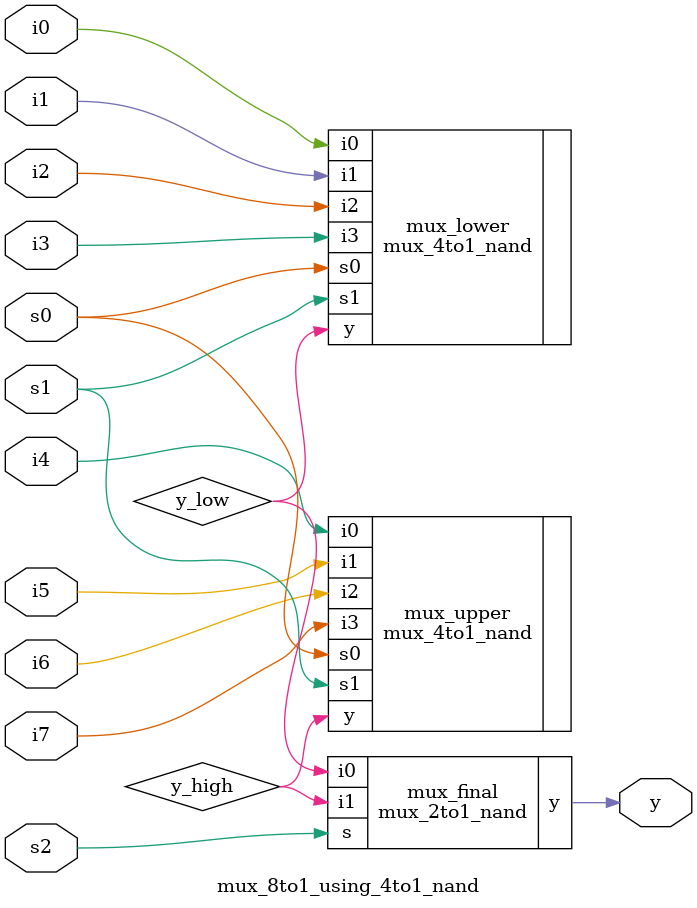
<source format=v>
`timescale 1ns / 1ps

module mux_2to1_nand(
    input i0,i1,
    input s,
    output y
);
    wire ns;
    wire w0,w1;
    
    nand(ns,s,s);
    
    nand(w0,i0,ns);
    nand(w1,i1,s);
    
    nand(y,w0,w1);
    
endmodule


module mux_8to1_using_4to1_nand(
    input i0, i1, i2, i3, i4, i5, i6, i7,
    input s0, s1, s2,
    output y
);
    wire y_low, y_high;

    mux_4to1_nand mux_lower(
        .i0(i0), .i1(i1), .i2(i2), .i3(i3),
        .s0(s0), .s1(s1),
        .y(y_low)
    );

    mux_4to1_nand mux_upper(
        .i0(i4), .i1(i5), .i2(i6), .i3(i7),
        .s0(s0), .s1(s1),
        .y(y_high)
    );

    mux_2to1_nand mux_final(
        .i0(y_low), .i1(y_high),
        .s(s2),
        .y(y)
    );
endmodule

</source>
